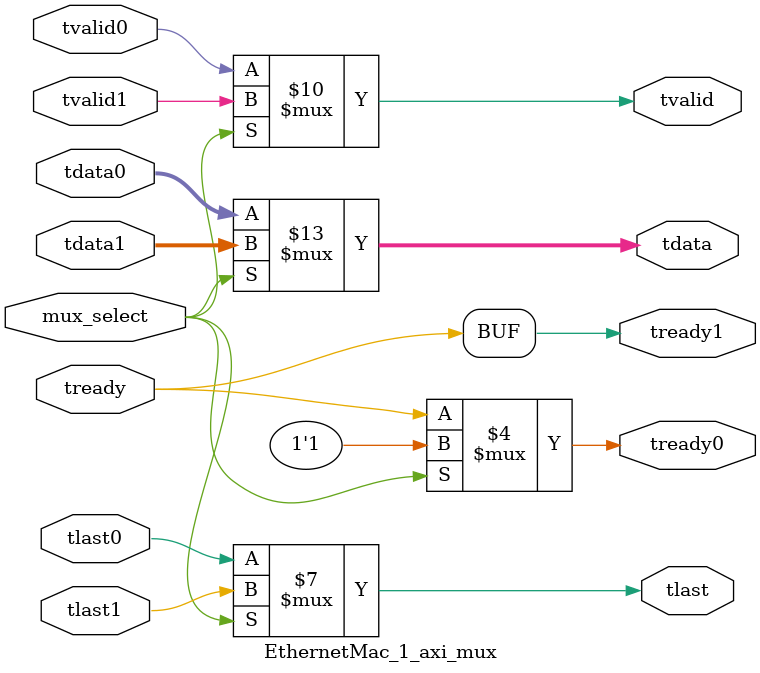
<source format=v>

`timescale 1 ps/1 ps

module EthernetMac_1_axi_mux (
   input                   mux_select,

   // mux inputs
   input       [7:0]       tdata0,
   input                   tvalid0,
   input                   tlast0,
   output reg              tready0,
   
   input       [7:0]       tdata1,
   input                   tvalid1,
   input                   tlast1,
   output reg              tready1,
   
   // mux outputs
   output reg  [7:0]       tdata,
   output reg              tvalid,
   output reg              tlast,
   input                   tready
);

always @(mux_select or tdata0 or tvalid0 or tlast0 or tdata1 or 
         tvalid1 or tlast1)
begin
   if (mux_select) begin
      tdata    = tdata1;
      tvalid   = tvalid1;
      tlast    = tlast1;
   end
   else begin
      tdata    = tdata0;
      tvalid   = tvalid0;
      tlast    = tlast0;
   end
end

always @(mux_select or tready)
begin
   if (mux_select) begin
      tready0     = 1'b1;
   end
   else begin
      tready0     = tready;
   end
   tready1     = tready;
end

endmodule

</source>
